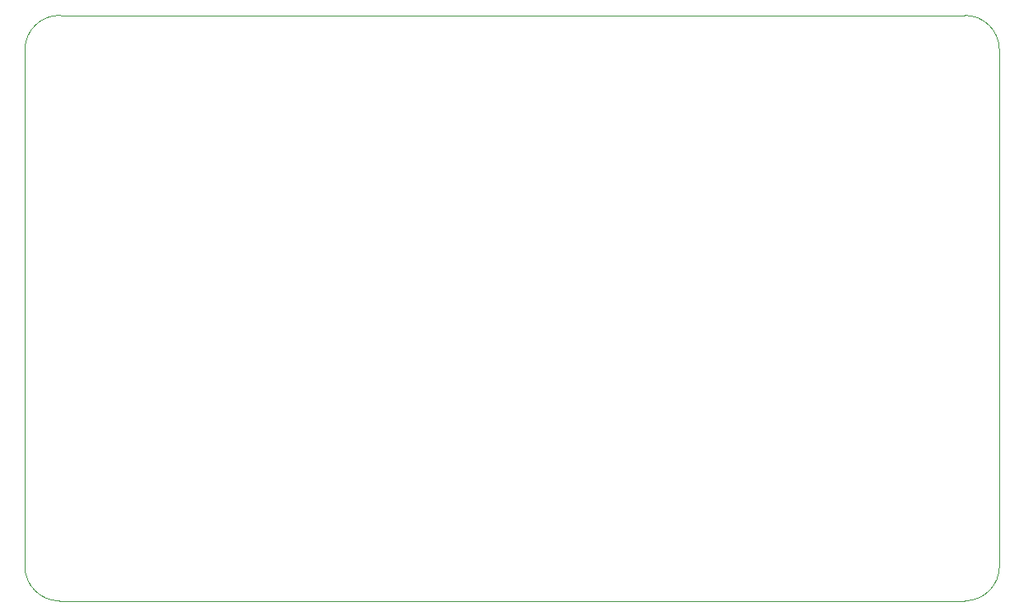
<source format=gm1>
G04 #@! TF.GenerationSoftware,KiCad,Pcbnew,8.0.5*
G04 #@! TF.CreationDate,2025-02-16T07:26:16+05:30*
G04 #@! TF.ProjectId,Hades,48616465-732e-46b6-9963-61645f706362,rev?*
G04 #@! TF.SameCoordinates,Original*
G04 #@! TF.FileFunction,Profile,NP*
%FSLAX46Y46*%
G04 Gerber Fmt 4.6, Leading zero omitted, Abs format (unit mm)*
G04 Created by KiCad (PCBNEW 8.0.5) date 2025-02-16 07:26:16*
%MOMM*%
%LPD*%
G01*
G04 APERTURE LIST*
G04 #@! TA.AperFunction,Profile*
%ADD10C,0.100000*%
G04 #@! TD*
G04 APERTURE END LIST*
D10*
X29082999Y-25400001D02*
X121920000Y-25400000D01*
X125476000Y-28956000D02*
X125476000Y-82042000D01*
X121920000Y-85598000D02*
X28956000Y-85598000D01*
X25400000Y-82042000D02*
X25397734Y-28956001D01*
X125476000Y-82042000D02*
G75*
G02*
X121920000Y-85598000I-3556000J0D01*
G01*
X121920000Y-25400000D02*
G75*
G02*
X125476000Y-28956000I0J-3556000D01*
G01*
X25397734Y-28956001D02*
G75*
G02*
X29082999Y-25400001I3558266J1D01*
G01*
X28956000Y-85598000D02*
G75*
G02*
X25400000Y-82042000I0J3556000D01*
G01*
M02*

</source>
